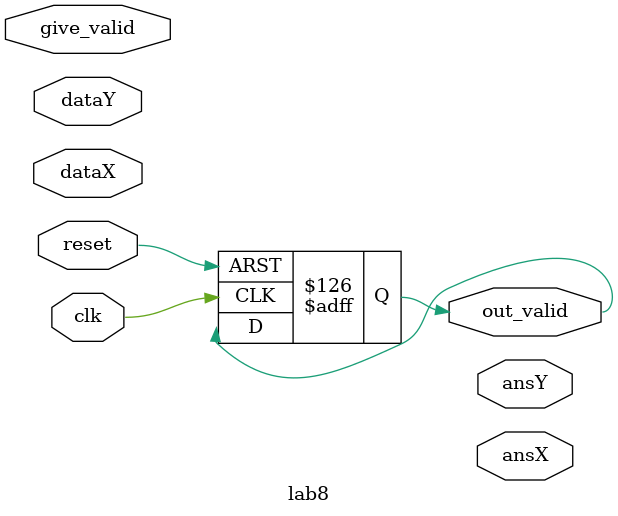
<source format=v>
/**
 *
 * @author : 409412345, 409412346
 * @latest changed : 2022/5/8 12:34
 */

`define length 6

module lab8(input clk,
            input reset,
            input give_valid,
            input [7:0] dataX,
            input [7:0] dataY,
            output reg [7:0] ansX,
            output reg [7:0] ansY,
            output reg out_valid
);

    integer i;
    reg [7:0] inX [0:`length-1];
    reg [7:0] inY [0:`length-1];
    reg signed [7:0] tempX [0:`length-1];
    reg signed [7:0] tempY [0:`length-1];

    reg [7:0] ix;

    initial begin
        $dumpfile("Lab.vcd");
        $dumpvars(0, lab8tb);
        for(i = 0; i < `length; i = i+1)
            $dumpvars(1, inX[i], inY[i], tempX[i], tempY[i], count[i]);
    end

    always @(posedge clk or posedge reset) begin
        if (reset) begin
            for (i = 0; i < `length; i = i + 1)
            begin
                inX[i] <= 0;
                inY[i] <= 0;
            end
        end else if(give_valid) begin
            inX[ix] <= dataX;
            inY[ix] <= dataY;
            ix <= ix + 1;
        end
    end

    always @(posedge clk or posedge reset) begin
        if (reset) begin
            out_valid <= 0;
        end
    end

endmodule

</source>
